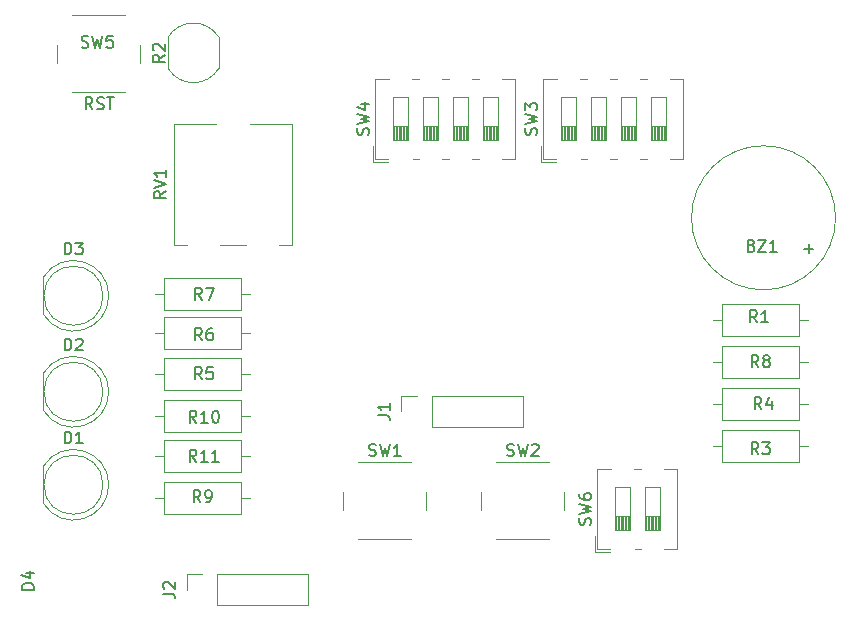
<source format=gbr>
G04 #@! TF.GenerationSoftware,KiCad,Pcbnew,(5.1.4-0-10_14)*
G04 #@! TF.CreationDate,2020-06-08T18:04:02+02:00*
G04 #@! TF.ProjectId,myShield,6d795368-6965-46c6-942e-6b696361645f,rev?*
G04 #@! TF.SameCoordinates,Original*
G04 #@! TF.FileFunction,Legend,Top*
G04 #@! TF.FilePolarity,Positive*
%FSLAX46Y46*%
G04 Gerber Fmt 4.6, Leading zero omitted, Abs format (unit mm)*
G04 Created by KiCad (PCBNEW (5.1.4-0-10_14)) date 2020-06-08 18:04:02*
%MOMM*%
%LPD*%
G04 APERTURE LIST*
%ADD10C,0.150000*%
%ADD11C,0.120000*%
G04 APERTURE END LIST*
D10*
X108545380Y-73604380D02*
X108212047Y-73128190D01*
X107973952Y-73604380D02*
X107973952Y-72604380D01*
X108354904Y-72604380D01*
X108450142Y-72652000D01*
X108497761Y-72699619D01*
X108545380Y-72794857D01*
X108545380Y-72937714D01*
X108497761Y-73032952D01*
X108450142Y-73080571D01*
X108354904Y-73128190D01*
X107973952Y-73128190D01*
X108926333Y-73556761D02*
X109069190Y-73604380D01*
X109307285Y-73604380D01*
X109402523Y-73556761D01*
X109450142Y-73509142D01*
X109497761Y-73413904D01*
X109497761Y-73318666D01*
X109450142Y-73223428D01*
X109402523Y-73175809D01*
X109307285Y-73128190D01*
X109116809Y-73080571D01*
X109021571Y-73032952D01*
X108973952Y-72985333D01*
X108926333Y-72890095D01*
X108926333Y-72794857D01*
X108973952Y-72699619D01*
X109021571Y-72652000D01*
X109116809Y-72604380D01*
X109354904Y-72604380D01*
X109497761Y-72652000D01*
X109783476Y-72604380D02*
X110354904Y-72604380D01*
X110069190Y-73604380D02*
X110069190Y-72604380D01*
D11*
X171464000Y-82804000D02*
G75*
G03X171464000Y-82804000I-6100000J0D01*
G01*
X109924000Y-105410462D02*
G75*
G03X104374000Y-103865170I-2990000J462D01*
G01*
X109924000Y-105409538D02*
G75*
G02X104374000Y-106954830I-2990000J-462D01*
G01*
X109434000Y-105410000D02*
G75*
G03X109434000Y-105410000I-2500000J0D01*
G01*
X104374000Y-103865000D02*
X104374000Y-106955000D01*
X104374000Y-95991000D02*
X104374000Y-99081000D01*
X109434000Y-97536000D02*
G75*
G03X109434000Y-97536000I-2500000J0D01*
G01*
X109924000Y-97535538D02*
G75*
G02X104374000Y-99080830I-2990000J-462D01*
G01*
X109924000Y-97536462D02*
G75*
G03X104374000Y-95991170I-2990000J462D01*
G01*
X109924000Y-89408462D02*
G75*
G03X104374000Y-87863170I-2990000J462D01*
G01*
X109924000Y-89407538D02*
G75*
G02X104374000Y-90952830I-2990000J-462D01*
G01*
X109434000Y-89408000D02*
G75*
G03X109434000Y-89408000I-2500000J0D01*
G01*
X104374000Y-87863000D02*
X104374000Y-90953000D01*
X137287000Y-100517000D02*
X137287000Y-97857000D01*
X137287000Y-100517000D02*
X144967000Y-100517000D01*
X144967000Y-100517000D02*
X144967000Y-97857000D01*
X137287000Y-97857000D02*
X144967000Y-97857000D01*
X134687000Y-97857000D02*
X136017000Y-97857000D01*
X134687000Y-99187000D02*
X134687000Y-97857000D01*
X116526000Y-114300000D02*
X116526000Y-112970000D01*
X116526000Y-112970000D02*
X117856000Y-112970000D01*
X119126000Y-112970000D02*
X126806000Y-112970000D01*
X126806000Y-115630000D02*
X126806000Y-112970000D01*
X119126000Y-115630000D02*
X126806000Y-115630000D01*
X119126000Y-115630000D02*
X119126000Y-112970000D01*
X161830000Y-90070000D02*
X161830000Y-92810000D01*
X161830000Y-92810000D02*
X168370000Y-92810000D01*
X168370000Y-92810000D02*
X168370000Y-90070000D01*
X168370000Y-90070000D02*
X161830000Y-90070000D01*
X161060000Y-91440000D02*
X161830000Y-91440000D01*
X169140000Y-91440000D02*
X168370000Y-91440000D01*
X119244000Y-70154000D02*
X119244000Y-67504000D01*
X114944000Y-70154000D02*
X114944000Y-67504000D01*
X114959612Y-70179476D02*
G75*
G03X119244000Y-70154000I2134388J1325476D01*
G01*
X119226144Y-67475973D02*
G75*
G03X114944000Y-67504000I-2132144J-1378027D01*
G01*
X161830000Y-100738000D02*
X161830000Y-103478000D01*
X161830000Y-103478000D02*
X168370000Y-103478000D01*
X168370000Y-103478000D02*
X168370000Y-100738000D01*
X168370000Y-100738000D02*
X161830000Y-100738000D01*
X161060000Y-102108000D02*
X161830000Y-102108000D01*
X169140000Y-102108000D02*
X168370000Y-102108000D01*
X168370000Y-99922000D02*
X168370000Y-97182000D01*
X168370000Y-97182000D02*
X161830000Y-97182000D01*
X161830000Y-97182000D02*
X161830000Y-99922000D01*
X161830000Y-99922000D02*
X168370000Y-99922000D01*
X169140000Y-98552000D02*
X168370000Y-98552000D01*
X161060000Y-98552000D02*
X161830000Y-98552000D01*
X113816000Y-96012000D02*
X114586000Y-96012000D01*
X121896000Y-96012000D02*
X121126000Y-96012000D01*
X114586000Y-97382000D02*
X121126000Y-97382000D01*
X114586000Y-94642000D02*
X114586000Y-97382000D01*
X121126000Y-94642000D02*
X114586000Y-94642000D01*
X121126000Y-97382000D02*
X121126000Y-94642000D01*
X121126000Y-93953000D02*
X121126000Y-91213000D01*
X121126000Y-91213000D02*
X114586000Y-91213000D01*
X114586000Y-91213000D02*
X114586000Y-93953000D01*
X114586000Y-93953000D02*
X121126000Y-93953000D01*
X121896000Y-92583000D02*
X121126000Y-92583000D01*
X113816000Y-92583000D02*
X114586000Y-92583000D01*
X113816000Y-89281000D02*
X114586000Y-89281000D01*
X121896000Y-89281000D02*
X121126000Y-89281000D01*
X114586000Y-90651000D02*
X121126000Y-90651000D01*
X114586000Y-87911000D02*
X114586000Y-90651000D01*
X121126000Y-87911000D02*
X114586000Y-87911000D01*
X121126000Y-90651000D02*
X121126000Y-87911000D01*
X169140000Y-94996000D02*
X168370000Y-94996000D01*
X161060000Y-94996000D02*
X161830000Y-94996000D01*
X168370000Y-93626000D02*
X161830000Y-93626000D01*
X168370000Y-96366000D02*
X168370000Y-93626000D01*
X161830000Y-96366000D02*
X168370000Y-96366000D01*
X161830000Y-93626000D02*
X161830000Y-96366000D01*
X113816000Y-106553000D02*
X114586000Y-106553000D01*
X121896000Y-106553000D02*
X121126000Y-106553000D01*
X114586000Y-107923000D02*
X121126000Y-107923000D01*
X114586000Y-105183000D02*
X114586000Y-107923000D01*
X121126000Y-105183000D02*
X114586000Y-105183000D01*
X121126000Y-107923000D02*
X121126000Y-105183000D01*
X121126000Y-100938000D02*
X121126000Y-98198000D01*
X121126000Y-98198000D02*
X114586000Y-98198000D01*
X114586000Y-98198000D02*
X114586000Y-100938000D01*
X114586000Y-100938000D02*
X121126000Y-100938000D01*
X121896000Y-99568000D02*
X121126000Y-99568000D01*
X113816000Y-99568000D02*
X114586000Y-99568000D01*
X113816000Y-102997000D02*
X114586000Y-102997000D01*
X121896000Y-102997000D02*
X121126000Y-102997000D01*
X114586000Y-104367000D02*
X121126000Y-104367000D01*
X114586000Y-101627000D02*
X114586000Y-104367000D01*
X121126000Y-101627000D02*
X114586000Y-101627000D01*
X121126000Y-104367000D02*
X121126000Y-101627000D01*
X115415000Y-85083000D02*
X115415000Y-74843000D01*
X125456000Y-85083000D02*
X125456000Y-74843000D01*
X115415000Y-85083000D02*
X116510000Y-85083000D01*
X119362000Y-85083000D02*
X121511000Y-85083000D01*
X124361000Y-85083000D02*
X125456000Y-85083000D01*
X115415000Y-74843000D02*
X119011000Y-74843000D01*
X121861000Y-74843000D02*
X125456000Y-74843000D01*
X131048000Y-110021000D02*
X135548000Y-110021000D01*
X129798000Y-106021000D02*
X129798000Y-107521000D01*
X135548000Y-103521000D02*
X131048000Y-103521000D01*
X136798000Y-107521000D02*
X136798000Y-106021000D01*
X148482000Y-107521000D02*
X148482000Y-106021000D01*
X147232000Y-103521000D02*
X142732000Y-103521000D01*
X141482000Y-106021000D02*
X141482000Y-107521000D01*
X142732000Y-110021000D02*
X147232000Y-110021000D01*
X146734000Y-77832000D02*
X146734000Y-71011000D01*
X158574000Y-77832000D02*
X158574000Y-71011000D01*
X146734000Y-77832000D02*
X147804000Y-77832000D01*
X149884000Y-77832000D02*
X150395000Y-77832000D01*
X152374000Y-77832000D02*
X152935000Y-77832000D01*
X154914000Y-77832000D02*
X155475000Y-77832000D01*
X157454000Y-77832000D02*
X158574000Y-77832000D01*
X157454000Y-71011000D02*
X158574000Y-71011000D01*
X154914000Y-71011000D02*
X155475000Y-71011000D01*
X152374000Y-71011000D02*
X152935000Y-71011000D01*
X146734000Y-71011000D02*
X147854000Y-71011000D01*
X149834000Y-71011000D02*
X150395000Y-71011000D01*
X146494000Y-78072000D02*
X146494000Y-76689000D01*
X146494000Y-78072000D02*
X147804000Y-78072000D01*
X148209000Y-76232000D02*
X149479000Y-76232000D01*
X149479000Y-76232000D02*
X149479000Y-72612000D01*
X149479000Y-72612000D02*
X148209000Y-72612000D01*
X148209000Y-72612000D02*
X148209000Y-76232000D01*
X148329000Y-76232000D02*
X148329000Y-75025333D01*
X148449000Y-76232000D02*
X148449000Y-75025333D01*
X148569000Y-76232000D02*
X148569000Y-75025333D01*
X148689000Y-76232000D02*
X148689000Y-75025333D01*
X148809000Y-76232000D02*
X148809000Y-75025333D01*
X148929000Y-76232000D02*
X148929000Y-75025333D01*
X149049000Y-76232000D02*
X149049000Y-75025333D01*
X149169000Y-76232000D02*
X149169000Y-75025333D01*
X149289000Y-76232000D02*
X149289000Y-75025333D01*
X149409000Y-76232000D02*
X149409000Y-75025333D01*
X148209000Y-75025333D02*
X149479000Y-75025333D01*
X150749000Y-76232000D02*
X152019000Y-76232000D01*
X152019000Y-76232000D02*
X152019000Y-72612000D01*
X152019000Y-72612000D02*
X150749000Y-72612000D01*
X150749000Y-72612000D02*
X150749000Y-76232000D01*
X150869000Y-76232000D02*
X150869000Y-75025333D01*
X150989000Y-76232000D02*
X150989000Y-75025333D01*
X151109000Y-76232000D02*
X151109000Y-75025333D01*
X151229000Y-76232000D02*
X151229000Y-75025333D01*
X151349000Y-76232000D02*
X151349000Y-75025333D01*
X151469000Y-76232000D02*
X151469000Y-75025333D01*
X151589000Y-76232000D02*
X151589000Y-75025333D01*
X151709000Y-76232000D02*
X151709000Y-75025333D01*
X151829000Y-76232000D02*
X151829000Y-75025333D01*
X151949000Y-76232000D02*
X151949000Y-75025333D01*
X150749000Y-75025333D02*
X152019000Y-75025333D01*
X153289000Y-76232000D02*
X154559000Y-76232000D01*
X154559000Y-76232000D02*
X154559000Y-72612000D01*
X154559000Y-72612000D02*
X153289000Y-72612000D01*
X153289000Y-72612000D02*
X153289000Y-76232000D01*
X153409000Y-76232000D02*
X153409000Y-75025333D01*
X153529000Y-76232000D02*
X153529000Y-75025333D01*
X153649000Y-76232000D02*
X153649000Y-75025333D01*
X153769000Y-76232000D02*
X153769000Y-75025333D01*
X153889000Y-76232000D02*
X153889000Y-75025333D01*
X154009000Y-76232000D02*
X154009000Y-75025333D01*
X154129000Y-76232000D02*
X154129000Y-75025333D01*
X154249000Y-76232000D02*
X154249000Y-75025333D01*
X154369000Y-76232000D02*
X154369000Y-75025333D01*
X154489000Y-76232000D02*
X154489000Y-75025333D01*
X153289000Y-75025333D02*
X154559000Y-75025333D01*
X155829000Y-76232000D02*
X157099000Y-76232000D01*
X157099000Y-76232000D02*
X157099000Y-72612000D01*
X157099000Y-72612000D02*
X155829000Y-72612000D01*
X155829000Y-72612000D02*
X155829000Y-76232000D01*
X155949000Y-76232000D02*
X155949000Y-75025333D01*
X156069000Y-76232000D02*
X156069000Y-75025333D01*
X156189000Y-76232000D02*
X156189000Y-75025333D01*
X156309000Y-76232000D02*
X156309000Y-75025333D01*
X156429000Y-76232000D02*
X156429000Y-75025333D01*
X156549000Y-76232000D02*
X156549000Y-75025333D01*
X156669000Y-76232000D02*
X156669000Y-75025333D01*
X156789000Y-76232000D02*
X156789000Y-75025333D01*
X156909000Y-76232000D02*
X156909000Y-75025333D01*
X157029000Y-76232000D02*
X157029000Y-75025333D01*
X155829000Y-75025333D02*
X157099000Y-75025333D01*
X141605000Y-75025333D02*
X142875000Y-75025333D01*
X142805000Y-76232000D02*
X142805000Y-75025333D01*
X142685000Y-76232000D02*
X142685000Y-75025333D01*
X142565000Y-76232000D02*
X142565000Y-75025333D01*
X142445000Y-76232000D02*
X142445000Y-75025333D01*
X142325000Y-76232000D02*
X142325000Y-75025333D01*
X142205000Y-76232000D02*
X142205000Y-75025333D01*
X142085000Y-76232000D02*
X142085000Y-75025333D01*
X141965000Y-76232000D02*
X141965000Y-75025333D01*
X141845000Y-76232000D02*
X141845000Y-75025333D01*
X141725000Y-76232000D02*
X141725000Y-75025333D01*
X141605000Y-72612000D02*
X141605000Y-76232000D01*
X142875000Y-72612000D02*
X141605000Y-72612000D01*
X142875000Y-76232000D02*
X142875000Y-72612000D01*
X141605000Y-76232000D02*
X142875000Y-76232000D01*
X139065000Y-75025333D02*
X140335000Y-75025333D01*
X140265000Y-76232000D02*
X140265000Y-75025333D01*
X140145000Y-76232000D02*
X140145000Y-75025333D01*
X140025000Y-76232000D02*
X140025000Y-75025333D01*
X139905000Y-76232000D02*
X139905000Y-75025333D01*
X139785000Y-76232000D02*
X139785000Y-75025333D01*
X139665000Y-76232000D02*
X139665000Y-75025333D01*
X139545000Y-76232000D02*
X139545000Y-75025333D01*
X139425000Y-76232000D02*
X139425000Y-75025333D01*
X139305000Y-76232000D02*
X139305000Y-75025333D01*
X139185000Y-76232000D02*
X139185000Y-75025333D01*
X139065000Y-72612000D02*
X139065000Y-76232000D01*
X140335000Y-72612000D02*
X139065000Y-72612000D01*
X140335000Y-76232000D02*
X140335000Y-72612000D01*
X139065000Y-76232000D02*
X140335000Y-76232000D01*
X136525000Y-75025333D02*
X137795000Y-75025333D01*
X137725000Y-76232000D02*
X137725000Y-75025333D01*
X137605000Y-76232000D02*
X137605000Y-75025333D01*
X137485000Y-76232000D02*
X137485000Y-75025333D01*
X137365000Y-76232000D02*
X137365000Y-75025333D01*
X137245000Y-76232000D02*
X137245000Y-75025333D01*
X137125000Y-76232000D02*
X137125000Y-75025333D01*
X137005000Y-76232000D02*
X137005000Y-75025333D01*
X136885000Y-76232000D02*
X136885000Y-75025333D01*
X136765000Y-76232000D02*
X136765000Y-75025333D01*
X136645000Y-76232000D02*
X136645000Y-75025333D01*
X136525000Y-72612000D02*
X136525000Y-76232000D01*
X137795000Y-72612000D02*
X136525000Y-72612000D01*
X137795000Y-76232000D02*
X137795000Y-72612000D01*
X136525000Y-76232000D02*
X137795000Y-76232000D01*
X133985000Y-75025333D02*
X135255000Y-75025333D01*
X135185000Y-76232000D02*
X135185000Y-75025333D01*
X135065000Y-76232000D02*
X135065000Y-75025333D01*
X134945000Y-76232000D02*
X134945000Y-75025333D01*
X134825000Y-76232000D02*
X134825000Y-75025333D01*
X134705000Y-76232000D02*
X134705000Y-75025333D01*
X134585000Y-76232000D02*
X134585000Y-75025333D01*
X134465000Y-76232000D02*
X134465000Y-75025333D01*
X134345000Y-76232000D02*
X134345000Y-75025333D01*
X134225000Y-76232000D02*
X134225000Y-75025333D01*
X134105000Y-76232000D02*
X134105000Y-75025333D01*
X133985000Y-72612000D02*
X133985000Y-76232000D01*
X135255000Y-72612000D02*
X133985000Y-72612000D01*
X135255000Y-76232000D02*
X135255000Y-72612000D01*
X133985000Y-76232000D02*
X135255000Y-76232000D01*
X132270000Y-78072000D02*
X133580000Y-78072000D01*
X132270000Y-78072000D02*
X132270000Y-76689000D01*
X135610000Y-71011000D02*
X136171000Y-71011000D01*
X132510000Y-71011000D02*
X133630000Y-71011000D01*
X138150000Y-71011000D02*
X138711000Y-71011000D01*
X140690000Y-71011000D02*
X141251000Y-71011000D01*
X143230000Y-71011000D02*
X144350000Y-71011000D01*
X143230000Y-77832000D02*
X144350000Y-77832000D01*
X140690000Y-77832000D02*
X141251000Y-77832000D01*
X138150000Y-77832000D02*
X138711000Y-77832000D01*
X135660000Y-77832000D02*
X136171000Y-77832000D01*
X132510000Y-77832000D02*
X133580000Y-77832000D01*
X144350000Y-77832000D02*
X144350000Y-71011000D01*
X132510000Y-77832000D02*
X132510000Y-71011000D01*
X106791000Y-72175000D02*
X111291000Y-72175000D01*
X105541000Y-68175000D02*
X105541000Y-69675000D01*
X111291000Y-65675000D02*
X106791000Y-65675000D01*
X112541000Y-69675000D02*
X112541000Y-68175000D01*
X151306000Y-110852000D02*
X151306000Y-104031000D01*
X158066000Y-110852000D02*
X158066000Y-104031000D01*
X151306000Y-110852000D02*
X152376000Y-110852000D01*
X154456000Y-110852000D02*
X154967000Y-110852000D01*
X156946000Y-110852000D02*
X158066000Y-110852000D01*
X156946000Y-104031000D02*
X158066000Y-104031000D01*
X151306000Y-104031000D02*
X152426000Y-104031000D01*
X154406000Y-104031000D02*
X154967000Y-104031000D01*
X151066000Y-111092000D02*
X151066000Y-109709000D01*
X151066000Y-111092000D02*
X152376000Y-111092000D01*
X152781000Y-109252000D02*
X154051000Y-109252000D01*
X154051000Y-109252000D02*
X154051000Y-105632000D01*
X154051000Y-105632000D02*
X152781000Y-105632000D01*
X152781000Y-105632000D02*
X152781000Y-109252000D01*
X152901000Y-109252000D02*
X152901000Y-108045333D01*
X153021000Y-109252000D02*
X153021000Y-108045333D01*
X153141000Y-109252000D02*
X153141000Y-108045333D01*
X153261000Y-109252000D02*
X153261000Y-108045333D01*
X153381000Y-109252000D02*
X153381000Y-108045333D01*
X153501000Y-109252000D02*
X153501000Y-108045333D01*
X153621000Y-109252000D02*
X153621000Y-108045333D01*
X153741000Y-109252000D02*
X153741000Y-108045333D01*
X153861000Y-109252000D02*
X153861000Y-108045333D01*
X153981000Y-109252000D02*
X153981000Y-108045333D01*
X152781000Y-108045333D02*
X154051000Y-108045333D01*
X155321000Y-109252000D02*
X156591000Y-109252000D01*
X156591000Y-109252000D02*
X156591000Y-105632000D01*
X156591000Y-105632000D02*
X155321000Y-105632000D01*
X155321000Y-105632000D02*
X155321000Y-109252000D01*
X155441000Y-109252000D02*
X155441000Y-108045333D01*
X155561000Y-109252000D02*
X155561000Y-108045333D01*
X155681000Y-109252000D02*
X155681000Y-108045333D01*
X155801000Y-109252000D02*
X155801000Y-108045333D01*
X155921000Y-109252000D02*
X155921000Y-108045333D01*
X156041000Y-109252000D02*
X156041000Y-108045333D01*
X156161000Y-109252000D02*
X156161000Y-108045333D01*
X156281000Y-109252000D02*
X156281000Y-108045333D01*
X156401000Y-109252000D02*
X156401000Y-108045333D01*
X156521000Y-109252000D02*
X156521000Y-108045333D01*
X155321000Y-108045333D02*
X156591000Y-108045333D01*
D10*
X164346047Y-85145571D02*
X164488904Y-85193190D01*
X164536523Y-85240809D01*
X164584142Y-85336047D01*
X164584142Y-85478904D01*
X164536523Y-85574142D01*
X164488904Y-85621761D01*
X164393666Y-85669380D01*
X164012714Y-85669380D01*
X164012714Y-84669380D01*
X164346047Y-84669380D01*
X164441285Y-84717000D01*
X164488904Y-84764619D01*
X164536523Y-84859857D01*
X164536523Y-84955095D01*
X164488904Y-85050333D01*
X164441285Y-85097952D01*
X164346047Y-85145571D01*
X164012714Y-85145571D01*
X164917476Y-84669380D02*
X165584142Y-84669380D01*
X164917476Y-85669380D01*
X165584142Y-85669380D01*
X166488904Y-85669380D02*
X165917476Y-85669380D01*
X166203190Y-85669380D02*
X166203190Y-84669380D01*
X166107952Y-84812238D01*
X166012714Y-84907476D01*
X165917476Y-84955095D01*
X168793047Y-85415428D02*
X169554952Y-85415428D01*
X169174000Y-85796380D02*
X169174000Y-85034476D01*
X106195904Y-101902380D02*
X106195904Y-100902380D01*
X106434000Y-100902380D01*
X106576857Y-100950000D01*
X106672095Y-101045238D01*
X106719714Y-101140476D01*
X106767333Y-101330952D01*
X106767333Y-101473809D01*
X106719714Y-101664285D01*
X106672095Y-101759523D01*
X106576857Y-101854761D01*
X106434000Y-101902380D01*
X106195904Y-101902380D01*
X107719714Y-101902380D02*
X107148285Y-101902380D01*
X107434000Y-101902380D02*
X107434000Y-100902380D01*
X107338761Y-101045238D01*
X107243523Y-101140476D01*
X107148285Y-101188095D01*
X106195904Y-94028380D02*
X106195904Y-93028380D01*
X106434000Y-93028380D01*
X106576857Y-93076000D01*
X106672095Y-93171238D01*
X106719714Y-93266476D01*
X106767333Y-93456952D01*
X106767333Y-93599809D01*
X106719714Y-93790285D01*
X106672095Y-93885523D01*
X106576857Y-93980761D01*
X106434000Y-94028380D01*
X106195904Y-94028380D01*
X107148285Y-93123619D02*
X107195904Y-93076000D01*
X107291142Y-93028380D01*
X107529238Y-93028380D01*
X107624476Y-93076000D01*
X107672095Y-93123619D01*
X107719714Y-93218857D01*
X107719714Y-93314095D01*
X107672095Y-93456952D01*
X107100666Y-94028380D01*
X107719714Y-94028380D01*
X106195904Y-85900380D02*
X106195904Y-84900380D01*
X106434000Y-84900380D01*
X106576857Y-84948000D01*
X106672095Y-85043238D01*
X106719714Y-85138476D01*
X106767333Y-85328952D01*
X106767333Y-85471809D01*
X106719714Y-85662285D01*
X106672095Y-85757523D01*
X106576857Y-85852761D01*
X106434000Y-85900380D01*
X106195904Y-85900380D01*
X107100666Y-84900380D02*
X107719714Y-84900380D01*
X107386380Y-85281333D01*
X107529238Y-85281333D01*
X107624476Y-85328952D01*
X107672095Y-85376571D01*
X107719714Y-85471809D01*
X107719714Y-85709904D01*
X107672095Y-85805142D01*
X107624476Y-85852761D01*
X107529238Y-85900380D01*
X107243523Y-85900380D01*
X107148285Y-85852761D01*
X107100666Y-85805142D01*
X103568380Y-114276095D02*
X102568380Y-114276095D01*
X102568380Y-114038000D01*
X102616000Y-113895142D01*
X102711238Y-113799904D01*
X102806476Y-113752285D01*
X102996952Y-113704666D01*
X103139809Y-113704666D01*
X103330285Y-113752285D01*
X103425523Y-113799904D01*
X103520761Y-113895142D01*
X103568380Y-114038000D01*
X103568380Y-114276095D01*
X102901714Y-112847523D02*
X103568380Y-112847523D01*
X102520761Y-113085619D02*
X103235047Y-113323714D01*
X103235047Y-112704666D01*
X132699380Y-99520333D02*
X133413666Y-99520333D01*
X133556523Y-99567952D01*
X133651761Y-99663190D01*
X133699380Y-99806047D01*
X133699380Y-99901285D01*
X133699380Y-98520333D02*
X133699380Y-99091761D01*
X133699380Y-98806047D02*
X132699380Y-98806047D01*
X132842238Y-98901285D01*
X132937476Y-98996523D01*
X132985095Y-99091761D01*
X114538380Y-114633333D02*
X115252666Y-114633333D01*
X115395523Y-114680952D01*
X115490761Y-114776190D01*
X115538380Y-114919047D01*
X115538380Y-115014285D01*
X114633619Y-114204761D02*
X114586000Y-114157142D01*
X114538380Y-114061904D01*
X114538380Y-113823809D01*
X114586000Y-113728571D01*
X114633619Y-113680952D01*
X114728857Y-113633333D01*
X114824095Y-113633333D01*
X114966952Y-113680952D01*
X115538380Y-114252380D01*
X115538380Y-113633333D01*
X164806333Y-91638380D02*
X164473000Y-91162190D01*
X164234904Y-91638380D02*
X164234904Y-90638380D01*
X164615857Y-90638380D01*
X164711095Y-90686000D01*
X164758714Y-90733619D01*
X164806333Y-90828857D01*
X164806333Y-90971714D01*
X164758714Y-91066952D01*
X164711095Y-91114571D01*
X164615857Y-91162190D01*
X164234904Y-91162190D01*
X165758714Y-91638380D02*
X165187285Y-91638380D01*
X165473000Y-91638380D02*
X165473000Y-90638380D01*
X165377761Y-90781238D01*
X165282523Y-90876476D01*
X165187285Y-90924095D01*
X114646380Y-69000666D02*
X114170190Y-69334000D01*
X114646380Y-69572095D02*
X113646380Y-69572095D01*
X113646380Y-69191142D01*
X113694000Y-69095904D01*
X113741619Y-69048285D01*
X113836857Y-69000666D01*
X113979714Y-69000666D01*
X114074952Y-69048285D01*
X114122571Y-69095904D01*
X114170190Y-69191142D01*
X114170190Y-69572095D01*
X113741619Y-68619714D02*
X113694000Y-68572095D01*
X113646380Y-68476857D01*
X113646380Y-68238761D01*
X113694000Y-68143523D01*
X113741619Y-68095904D01*
X113836857Y-68048285D01*
X113932095Y-68048285D01*
X114074952Y-68095904D01*
X114646380Y-68667333D01*
X114646380Y-68048285D01*
X164933333Y-102814380D02*
X164600000Y-102338190D01*
X164361904Y-102814380D02*
X164361904Y-101814380D01*
X164742857Y-101814380D01*
X164838095Y-101862000D01*
X164885714Y-101909619D01*
X164933333Y-102004857D01*
X164933333Y-102147714D01*
X164885714Y-102242952D01*
X164838095Y-102290571D01*
X164742857Y-102338190D01*
X164361904Y-102338190D01*
X165266666Y-101814380D02*
X165885714Y-101814380D01*
X165552380Y-102195333D01*
X165695238Y-102195333D01*
X165790476Y-102242952D01*
X165838095Y-102290571D01*
X165885714Y-102385809D01*
X165885714Y-102623904D01*
X165838095Y-102719142D01*
X165790476Y-102766761D01*
X165695238Y-102814380D01*
X165409523Y-102814380D01*
X165314285Y-102766761D01*
X165266666Y-102719142D01*
X165187333Y-99004380D02*
X164854000Y-98528190D01*
X164615904Y-99004380D02*
X164615904Y-98004380D01*
X164996857Y-98004380D01*
X165092095Y-98052000D01*
X165139714Y-98099619D01*
X165187333Y-98194857D01*
X165187333Y-98337714D01*
X165139714Y-98432952D01*
X165092095Y-98480571D01*
X164996857Y-98528190D01*
X164615904Y-98528190D01*
X166044476Y-98337714D02*
X166044476Y-99004380D01*
X165806380Y-97956761D02*
X165568285Y-98671047D01*
X166187333Y-98671047D01*
X117816333Y-96464380D02*
X117483000Y-95988190D01*
X117244904Y-96464380D02*
X117244904Y-95464380D01*
X117625857Y-95464380D01*
X117721095Y-95512000D01*
X117768714Y-95559619D01*
X117816333Y-95654857D01*
X117816333Y-95797714D01*
X117768714Y-95892952D01*
X117721095Y-95940571D01*
X117625857Y-95988190D01*
X117244904Y-95988190D01*
X118721095Y-95464380D02*
X118244904Y-95464380D01*
X118197285Y-95940571D01*
X118244904Y-95892952D01*
X118340142Y-95845333D01*
X118578238Y-95845333D01*
X118673476Y-95892952D01*
X118721095Y-95940571D01*
X118768714Y-96035809D01*
X118768714Y-96273904D01*
X118721095Y-96369142D01*
X118673476Y-96416761D01*
X118578238Y-96464380D01*
X118340142Y-96464380D01*
X118244904Y-96416761D01*
X118197285Y-96369142D01*
X117816333Y-93162380D02*
X117483000Y-92686190D01*
X117244904Y-93162380D02*
X117244904Y-92162380D01*
X117625857Y-92162380D01*
X117721095Y-92210000D01*
X117768714Y-92257619D01*
X117816333Y-92352857D01*
X117816333Y-92495714D01*
X117768714Y-92590952D01*
X117721095Y-92638571D01*
X117625857Y-92686190D01*
X117244904Y-92686190D01*
X118673476Y-92162380D02*
X118483000Y-92162380D01*
X118387761Y-92210000D01*
X118340142Y-92257619D01*
X118244904Y-92400476D01*
X118197285Y-92590952D01*
X118197285Y-92971904D01*
X118244904Y-93067142D01*
X118292523Y-93114761D01*
X118387761Y-93162380D01*
X118578238Y-93162380D01*
X118673476Y-93114761D01*
X118721095Y-93067142D01*
X118768714Y-92971904D01*
X118768714Y-92733809D01*
X118721095Y-92638571D01*
X118673476Y-92590952D01*
X118578238Y-92543333D01*
X118387761Y-92543333D01*
X118292523Y-92590952D01*
X118244904Y-92638571D01*
X118197285Y-92733809D01*
X117816333Y-89733380D02*
X117483000Y-89257190D01*
X117244904Y-89733380D02*
X117244904Y-88733380D01*
X117625857Y-88733380D01*
X117721095Y-88781000D01*
X117768714Y-88828619D01*
X117816333Y-88923857D01*
X117816333Y-89066714D01*
X117768714Y-89161952D01*
X117721095Y-89209571D01*
X117625857Y-89257190D01*
X117244904Y-89257190D01*
X118149666Y-88733380D02*
X118816333Y-88733380D01*
X118387761Y-89733380D01*
X164933333Y-95448380D02*
X164600000Y-94972190D01*
X164361904Y-95448380D02*
X164361904Y-94448380D01*
X164742857Y-94448380D01*
X164838095Y-94496000D01*
X164885714Y-94543619D01*
X164933333Y-94638857D01*
X164933333Y-94781714D01*
X164885714Y-94876952D01*
X164838095Y-94924571D01*
X164742857Y-94972190D01*
X164361904Y-94972190D01*
X165504761Y-94876952D02*
X165409523Y-94829333D01*
X165361904Y-94781714D01*
X165314285Y-94686476D01*
X165314285Y-94638857D01*
X165361904Y-94543619D01*
X165409523Y-94496000D01*
X165504761Y-94448380D01*
X165695238Y-94448380D01*
X165790476Y-94496000D01*
X165838095Y-94543619D01*
X165885714Y-94638857D01*
X165885714Y-94686476D01*
X165838095Y-94781714D01*
X165790476Y-94829333D01*
X165695238Y-94876952D01*
X165504761Y-94876952D01*
X165409523Y-94924571D01*
X165361904Y-94972190D01*
X165314285Y-95067428D01*
X165314285Y-95257904D01*
X165361904Y-95353142D01*
X165409523Y-95400761D01*
X165504761Y-95448380D01*
X165695238Y-95448380D01*
X165790476Y-95400761D01*
X165838095Y-95353142D01*
X165885714Y-95257904D01*
X165885714Y-95067428D01*
X165838095Y-94972190D01*
X165790476Y-94924571D01*
X165695238Y-94876952D01*
X117689333Y-106878380D02*
X117356000Y-106402190D01*
X117117904Y-106878380D02*
X117117904Y-105878380D01*
X117498857Y-105878380D01*
X117594095Y-105926000D01*
X117641714Y-105973619D01*
X117689333Y-106068857D01*
X117689333Y-106211714D01*
X117641714Y-106306952D01*
X117594095Y-106354571D01*
X117498857Y-106402190D01*
X117117904Y-106402190D01*
X118165523Y-106878380D02*
X118356000Y-106878380D01*
X118451238Y-106830761D01*
X118498857Y-106783142D01*
X118594095Y-106640285D01*
X118641714Y-106449809D01*
X118641714Y-106068857D01*
X118594095Y-105973619D01*
X118546476Y-105926000D01*
X118451238Y-105878380D01*
X118260761Y-105878380D01*
X118165523Y-105926000D01*
X118117904Y-105973619D01*
X118070285Y-106068857D01*
X118070285Y-106306952D01*
X118117904Y-106402190D01*
X118165523Y-106449809D01*
X118260761Y-106497428D01*
X118451238Y-106497428D01*
X118546476Y-106449809D01*
X118594095Y-106402190D01*
X118641714Y-106306952D01*
X117340142Y-100147380D02*
X117006809Y-99671190D01*
X116768714Y-100147380D02*
X116768714Y-99147380D01*
X117149666Y-99147380D01*
X117244904Y-99195000D01*
X117292523Y-99242619D01*
X117340142Y-99337857D01*
X117340142Y-99480714D01*
X117292523Y-99575952D01*
X117244904Y-99623571D01*
X117149666Y-99671190D01*
X116768714Y-99671190D01*
X118292523Y-100147380D02*
X117721095Y-100147380D01*
X118006809Y-100147380D02*
X118006809Y-99147380D01*
X117911571Y-99290238D01*
X117816333Y-99385476D01*
X117721095Y-99433095D01*
X118911571Y-99147380D02*
X119006809Y-99147380D01*
X119102047Y-99195000D01*
X119149666Y-99242619D01*
X119197285Y-99337857D01*
X119244904Y-99528333D01*
X119244904Y-99766428D01*
X119197285Y-99956904D01*
X119149666Y-100052142D01*
X119102047Y-100099761D01*
X119006809Y-100147380D01*
X118911571Y-100147380D01*
X118816333Y-100099761D01*
X118768714Y-100052142D01*
X118721095Y-99956904D01*
X118673476Y-99766428D01*
X118673476Y-99528333D01*
X118721095Y-99337857D01*
X118768714Y-99242619D01*
X118816333Y-99195000D01*
X118911571Y-99147380D01*
X117340142Y-103449380D02*
X117006809Y-102973190D01*
X116768714Y-103449380D02*
X116768714Y-102449380D01*
X117149666Y-102449380D01*
X117244904Y-102497000D01*
X117292523Y-102544619D01*
X117340142Y-102639857D01*
X117340142Y-102782714D01*
X117292523Y-102877952D01*
X117244904Y-102925571D01*
X117149666Y-102973190D01*
X116768714Y-102973190D01*
X118292523Y-103449380D02*
X117721095Y-103449380D01*
X118006809Y-103449380D02*
X118006809Y-102449380D01*
X117911571Y-102592238D01*
X117816333Y-102687476D01*
X117721095Y-102735095D01*
X119244904Y-103449380D02*
X118673476Y-103449380D01*
X118959190Y-103449380D02*
X118959190Y-102449380D01*
X118863952Y-102592238D01*
X118768714Y-102687476D01*
X118673476Y-102735095D01*
X114738380Y-80558238D02*
X114262190Y-80891571D01*
X114738380Y-81129666D02*
X113738380Y-81129666D01*
X113738380Y-80748714D01*
X113786000Y-80653476D01*
X113833619Y-80605857D01*
X113928857Y-80558238D01*
X114071714Y-80558238D01*
X114166952Y-80605857D01*
X114214571Y-80653476D01*
X114262190Y-80748714D01*
X114262190Y-81129666D01*
X113738380Y-80272523D02*
X114738380Y-79939190D01*
X113738380Y-79605857D01*
X114738380Y-78748714D02*
X114738380Y-79320142D01*
X114738380Y-79034428D02*
X113738380Y-79034428D01*
X113881238Y-79129666D01*
X113976476Y-79224904D01*
X114024095Y-79320142D01*
X131964666Y-102925761D02*
X132107523Y-102973380D01*
X132345619Y-102973380D01*
X132440857Y-102925761D01*
X132488476Y-102878142D01*
X132536095Y-102782904D01*
X132536095Y-102687666D01*
X132488476Y-102592428D01*
X132440857Y-102544809D01*
X132345619Y-102497190D01*
X132155142Y-102449571D01*
X132059904Y-102401952D01*
X132012285Y-102354333D01*
X131964666Y-102259095D01*
X131964666Y-102163857D01*
X132012285Y-102068619D01*
X132059904Y-102021000D01*
X132155142Y-101973380D01*
X132393238Y-101973380D01*
X132536095Y-102021000D01*
X132869428Y-101973380D02*
X133107523Y-102973380D01*
X133298000Y-102259095D01*
X133488476Y-102973380D01*
X133726571Y-101973380D01*
X134631333Y-102973380D02*
X134059904Y-102973380D01*
X134345619Y-102973380D02*
X134345619Y-101973380D01*
X134250380Y-102116238D01*
X134155142Y-102211476D01*
X134059904Y-102259095D01*
X143648666Y-102925761D02*
X143791523Y-102973380D01*
X144029619Y-102973380D01*
X144124857Y-102925761D01*
X144172476Y-102878142D01*
X144220095Y-102782904D01*
X144220095Y-102687666D01*
X144172476Y-102592428D01*
X144124857Y-102544809D01*
X144029619Y-102497190D01*
X143839142Y-102449571D01*
X143743904Y-102401952D01*
X143696285Y-102354333D01*
X143648666Y-102259095D01*
X143648666Y-102163857D01*
X143696285Y-102068619D01*
X143743904Y-102021000D01*
X143839142Y-101973380D01*
X144077238Y-101973380D01*
X144220095Y-102021000D01*
X144553428Y-101973380D02*
X144791523Y-102973380D01*
X144982000Y-102259095D01*
X145172476Y-102973380D01*
X145410571Y-101973380D01*
X145743904Y-102068619D02*
X145791523Y-102021000D01*
X145886761Y-101973380D01*
X146124857Y-101973380D01*
X146220095Y-102021000D01*
X146267714Y-102068619D01*
X146315333Y-102163857D01*
X146315333Y-102259095D01*
X146267714Y-102401952D01*
X145696285Y-102973380D01*
X146315333Y-102973380D01*
X146138761Y-75755333D02*
X146186380Y-75612476D01*
X146186380Y-75374380D01*
X146138761Y-75279142D01*
X146091142Y-75231523D01*
X145995904Y-75183904D01*
X145900666Y-75183904D01*
X145805428Y-75231523D01*
X145757809Y-75279142D01*
X145710190Y-75374380D01*
X145662571Y-75564857D01*
X145614952Y-75660095D01*
X145567333Y-75707714D01*
X145472095Y-75755333D01*
X145376857Y-75755333D01*
X145281619Y-75707714D01*
X145234000Y-75660095D01*
X145186380Y-75564857D01*
X145186380Y-75326761D01*
X145234000Y-75183904D01*
X145186380Y-74850571D02*
X146186380Y-74612476D01*
X145472095Y-74422000D01*
X146186380Y-74231523D01*
X145186380Y-73993428D01*
X145186380Y-73707714D02*
X145186380Y-73088666D01*
X145567333Y-73422000D01*
X145567333Y-73279142D01*
X145614952Y-73183904D01*
X145662571Y-73136285D01*
X145757809Y-73088666D01*
X145995904Y-73088666D01*
X146091142Y-73136285D01*
X146138761Y-73183904D01*
X146186380Y-73279142D01*
X146186380Y-73564857D01*
X146138761Y-73660095D01*
X146091142Y-73707714D01*
X131914761Y-75755333D02*
X131962380Y-75612476D01*
X131962380Y-75374380D01*
X131914761Y-75279142D01*
X131867142Y-75231523D01*
X131771904Y-75183904D01*
X131676666Y-75183904D01*
X131581428Y-75231523D01*
X131533809Y-75279142D01*
X131486190Y-75374380D01*
X131438571Y-75564857D01*
X131390952Y-75660095D01*
X131343333Y-75707714D01*
X131248095Y-75755333D01*
X131152857Y-75755333D01*
X131057619Y-75707714D01*
X131010000Y-75660095D01*
X130962380Y-75564857D01*
X130962380Y-75326761D01*
X131010000Y-75183904D01*
X130962380Y-74850571D02*
X131962380Y-74612476D01*
X131248095Y-74422000D01*
X131962380Y-74231523D01*
X130962380Y-73993428D01*
X131295714Y-73183904D02*
X131962380Y-73183904D01*
X130914761Y-73422000D02*
X131629047Y-73660095D01*
X131629047Y-73041047D01*
X107632666Y-68349761D02*
X107775523Y-68397380D01*
X108013619Y-68397380D01*
X108108857Y-68349761D01*
X108156476Y-68302142D01*
X108204095Y-68206904D01*
X108204095Y-68111666D01*
X108156476Y-68016428D01*
X108108857Y-67968809D01*
X108013619Y-67921190D01*
X107823142Y-67873571D01*
X107727904Y-67825952D01*
X107680285Y-67778333D01*
X107632666Y-67683095D01*
X107632666Y-67587857D01*
X107680285Y-67492619D01*
X107727904Y-67445000D01*
X107823142Y-67397380D01*
X108061238Y-67397380D01*
X108204095Y-67445000D01*
X108537428Y-67397380D02*
X108775523Y-68397380D01*
X108966000Y-67683095D01*
X109156476Y-68397380D01*
X109394571Y-67397380D01*
X110251714Y-67397380D02*
X109775523Y-67397380D01*
X109727904Y-67873571D01*
X109775523Y-67825952D01*
X109870761Y-67778333D01*
X110108857Y-67778333D01*
X110204095Y-67825952D01*
X110251714Y-67873571D01*
X110299333Y-67968809D01*
X110299333Y-68206904D01*
X110251714Y-68302142D01*
X110204095Y-68349761D01*
X110108857Y-68397380D01*
X109870761Y-68397380D01*
X109775523Y-68349761D01*
X109727904Y-68302142D01*
X150710761Y-108775333D02*
X150758380Y-108632476D01*
X150758380Y-108394380D01*
X150710761Y-108299142D01*
X150663142Y-108251523D01*
X150567904Y-108203904D01*
X150472666Y-108203904D01*
X150377428Y-108251523D01*
X150329809Y-108299142D01*
X150282190Y-108394380D01*
X150234571Y-108584857D01*
X150186952Y-108680095D01*
X150139333Y-108727714D01*
X150044095Y-108775333D01*
X149948857Y-108775333D01*
X149853619Y-108727714D01*
X149806000Y-108680095D01*
X149758380Y-108584857D01*
X149758380Y-108346761D01*
X149806000Y-108203904D01*
X149758380Y-107870571D02*
X150758380Y-107632476D01*
X150044095Y-107442000D01*
X150758380Y-107251523D01*
X149758380Y-107013428D01*
X149758380Y-106203904D02*
X149758380Y-106394380D01*
X149806000Y-106489619D01*
X149853619Y-106537238D01*
X149996476Y-106632476D01*
X150186952Y-106680095D01*
X150567904Y-106680095D01*
X150663142Y-106632476D01*
X150710761Y-106584857D01*
X150758380Y-106489619D01*
X150758380Y-106299142D01*
X150710761Y-106203904D01*
X150663142Y-106156285D01*
X150567904Y-106108666D01*
X150329809Y-106108666D01*
X150234571Y-106156285D01*
X150186952Y-106203904D01*
X150139333Y-106299142D01*
X150139333Y-106489619D01*
X150186952Y-106584857D01*
X150234571Y-106632476D01*
X150329809Y-106680095D01*
M02*

</source>
